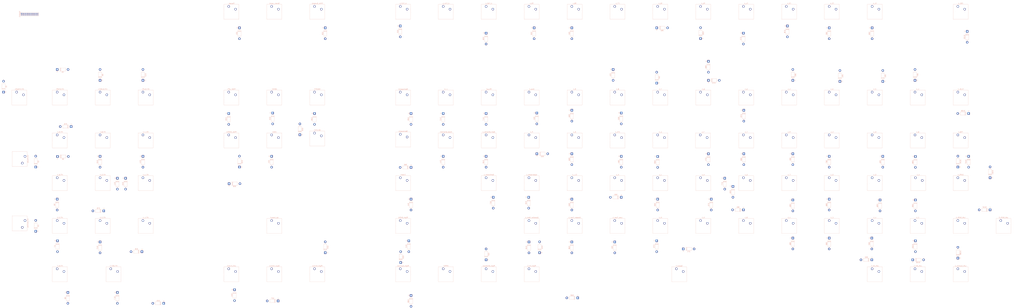
<source format=kicad_pcb>
(kicad_pcb (version 20211014) (generator pcbnew)
  (layers (0 "F.Cu" signal) (31 "B.Cu" signal) (34 "B.Paste" user) (35 "F.Paste" user) (36 "B.SilkS" user "B.Silkscreen") (37 "F.SilkS" user "F.Silkscreen") (38 "B.Mask" user) (39 "F.Mask" user) (44 "Edge.Cuts" user))
  (net 0 "")
  (net 1 "Net-(+=1-Pad1)")
  (net 2 "Tag7")
  (net 3 "Net-(1_1-Pad1)")
  (net 4 "Tag11")
  (net 5 "Tag12")
  (net 6 "Net-(2_1-Pad2)")
  (net 7 "Tag26")
  (net 8 "Net-(3_1-Pad2)")
  (net 9 "Tag10")
  (net 10 "Net-(4_1-Pad2)")
  (net 11 "Net-(5_1-Pad1)")
  (net 12 "Tag25")
  (net 13 "Net-(6_1-Pad2)")
  (net 14 "Net-(7_1-Pad1)")
  (net 15 "Net-(8_1-Pad2)")
  (net 16 "Net-(9_1-Pad1)")
  (net 17 "Tag22")
  (net 18 "Net-(Apostrophe_1-Pad1)")
  (net 19 "Tag6")
  (net 21 "Net-(APPS1-Pad2)")
  (net 22 "Net-(A_1-Pad1)")
  (net 24 "Net-(D2-Pad1)")
  (net 25 "Net-(Backspace1-Pad1)")
  (net 26 "Net-(B_1-Pad1)")
  (net 27 "Net-(KP_MINUS1-Pad1)")
  (net 28 "Net-(CAPS_1-Pad1)")
  (net 29 "Net-(KP_STAR1-Pad1)")
  (net 30 "Net-(Close_Bracket1-Pad1)")
  (net 31 "Net-(C_1-Pad1)")
  (net 32 "Tag2")
  (net 33 "Tag14")
  (net 34 "Net-(KP_ENTER1-Pad2)")
  (net 35 "Tag21")
  (net 36 "Tag19")
  (net 37 "Net-(D5-Pad1)")
  (net 38 "Net-(D6-Pad1)")
  (net 39 "Tag13")
  (net 40 "Net-(D7-Pad1)")
  (net 41 "Net-(D8-Pad1)")
  (net 42 "Net-(D17-Pad2)")
  (net 43 "Net-(D9-Pad1)")
  (net 44 "Net-(KP_8_1-Pad1)")
  (net 45 "Net-(D11-Pad1)")
  (net 46 "Net-(D12-Pad1)")
  (net 47 "Net-(D13-Pad1)")
  (net 48 "Net-(D15-Pad1)")
  (net 49 "Net-(D16-Pad1)")
  (net 50 "Net-(D17-Pad1)")
  (net 51 "Tag15")
  (net 52 "Net-(D18-Pad2)")
  (net 53 "Net-(PAGE_UP1-Pad1)")
  (net 54 "Tag20")
  (net 55 "Net-(PAGE_DOWN1-Pad1)")
  (net 56 "Tag5")
  (net 57 "Net-(Pause1-Pad2)")
  (net 58 "Net-(Right_Arrow1-Pad2)")
  (net 59 "Net-(HOME1-Pad1)")
  (net 60 "Net-(END1-Pad1)")
  (net 61 "Net-(Up_Arrow1-Pad1)")
  (net 62 "Net-(Scroll_Lock1-Pad2)")
  (net 63 "Net-(D27-Pad1)")
  (net 64 "Net-(D31-Pad2)")
  (net 65 "Net-(INSERT1-Pad1)")
  (net 66 "Net-(DELETE1-Pad1)")
  (net 67 "Net-(Print_Screen1-Pad2)")
  (net 68 "Net-(D31-Pad1)")
  (net 69 "Net-(K_F12_1-Pad1)")
  (net 70 "Net-(D33-Pad1)")
  (net 71 "Net-(K_F11_1-Pad1)")
  (net 73 "Net-(K_F10_1-Pad1)")
  (net 74 "Net-(Right_Windows1-Pad1)")
  (net 75 "Net-(Right_Control1-Pad2)")
  (net 77 "Net-(Enter1-Pad2)")
  (net 78 "Net-(D100-Pad2)")
  (net 79 "Net-(Right_Shift1-Pad2)")
  (net 80 "Net-(D44-Pad2)")
  (net 81 "Net-(Right_Alt_1-Pad1)")
  (net 82 "Net-(Minus1-Pad1)")
  (net 83 "Net-(Open_Bracket_1-Pad1)")
  (net 84 "Net-(Question_Mark_1-Pad1)")
  (net 85 "Net-(F9_1-Pad2)")
  (net 86 "Net-(D50-Pad2)")
  (net 87 "Net-(Zero_1-Pad2)")
  (net 88 "Net-(P_1-Pad2)")
  (net 89 "Net-(Semicolon_1-Pad2)")
  (net 90 "Net-(F8_1-Pad1)")
  (net 91 "Net-(O_1-Pad1)")
  (net 92 "Net-(Greater_Than_1-Pad1)")
  (net 93 "Net-(Greater_Than_1-Pad2)")
  (net 94 "Net-(F7_1-Pad2)")
  (net 95 "Net-(Less_Than_1-Pad1)")
  (net 96 "Net-(F6_1-Pad1)")
  (net 97 "Net-(EYE_1-Pad2)")
  (net 98 "Net-(K_1-Pad2)")
  (net 99 "Net-(F5_1-Pad2)")
  (net 100 "Net-(U_1-Pad1)")
  (net 101 "Net-(J_1-Pad1)")
  (net 102 "Net-(M_1-Pad1)")
  (net 103 "Net-(Space_1-Pad2)")
  (net 104 "Net-(F4_1-Pad1)")
  (net 105 "Net-(Y_1-Pad2)")
  (net 106 "Net-(D74-Pad2)")
  (net 107 "Net-(H_1-Pad2)")
  (net 108 "Net-(N_1-Pad2)")
  (net 109 "Net-(G_1-Pad1)")
  (net 110 "Net-(F3_1-Pad1)")
  (net 111 "Net-(T_1-Pad1)")
  (net 112 "Net-(F2_1-Pad1)")
  (net 113 "Net-(D82-Pad2)")
  (net 114 "Net-(R_1-Pad2)")
  (net 115 "Net-(F_1-Pad2)")
  (net 116 "Net-(V_1-Pad2)")
  (net 117 "Net-(E_1-Pad1)")
  (net 118 "Net-(D_1-Pad1)")
  (net 119 "Net-(F1_1-Pad1)")
  (net 120 "Net-(X_1-Pad1)")
  (net 121 "Net-(Left_Alt_1-Pad1)")
  (net 122 "Net-(W_1-Pad2)")
  (net 123 "Net-(D95-Pad2)")
  (net 124 "Net-(S_1-Pad2)")
  (net 125 "Net-(D96-Pad2)")
  (net 126 "Net-(Q_1-Pad1)")
  (net 127 "Net-(Z_1-Pad1)")
  (net 128 "Net-(Left_Shift_2-Pad1)")
  (net 129 "Net-(D101-Pad2)")
  (net 130 "Net-(Left_Shift_1-Pad2)")
  (net 131 "Net-(Left_Win_1-Pad1)")
  (net 132 "Net-(ESC_1-Pad2)")
  (net 133 "Net-(TILDE_1-Pad2)")
  (net 134 "Net-(D106-Pad2)")
  (net 135 "Net-(TAB_1-Pad2)")
  (net 136 "Net-(Left_Control_1-Pad1)")
  (net 137 "Tag18")
  (net 138 "Net-(Up_Arrow1-Pad2)")
  (net 140 "Tag24")
  (net 141 "Tag17")
  (net 142 "Tag16")
  (net 143 "Tag3")
  (net 144 "Tag23")
  (net 145 "Tag1")
  (net 146 "Tag4")
  (footprint "Diode_THT:D_DO-41_SOD81_P10.16mm_Horizontal" (layer "B.Cu") (at 207.54 251.575 180)
    (fp_text reference "D27")
    (fp_text value "1N4001")
  )
  (footprint "Diode_THT:D_DO-41_SOD81_P10.16mm_Horizontal" (layer "B.Cu") (at 486.94 248.74 180)
    (fp_text reference "D59")
    (fp_text value "1N4001")
  )
  (footprint "Button_Switch_Keyboard:SW_Cherry_MX_1.00u_PCB" (layer "B.Cu") (at 81.5 56.5 180)
    (fp_text reference "KP_NUM1")
    (fp_text value "SW_SPST")
  )
  (footprint "Diode_THT:D_DO-41_SOD81_P10.16mm_Horizontal" (layer "B.Cu") (at 331.5 156.5 -90)
    (fp_text reference "D41")
    (fp_text value "1N4001")
  )
  (footprint "Button_Switch_Keyboard:SW_Cherry_MX_1.00u_PCB" (layer "B.Cu") (at 481.5 56.5 180)
    (fp_text reference "9_1")
    (fp_text value "SW_SPST")
  )
  (footprint "Button_Switch_Keyboard:SW_Cherry_MX_1.00u_PCB" (layer "B.Cu") (at 241.5 -23.5 180)
    (fp_text reference "Print_Screen1")
    (fp_text value "SW_SPST")
  )
  (footprint "Button_Switch_Keyboard:SW_Cherry_MX_1.00u_PCB" (layer "B.Cu") (at 841.5 56.5 180)
    (fp_text reference "TILDE_1")
    (fp_text value "SW_SPST")
  )
  (footprint "Diode_THT:D_DO-41_SOD81_P10.16mm_Horizontal" (layer "B.Cu") (at 361.5 76.5 -90)
    (fp_text reference "D43")
    (fp_text value "1N4001")
  )
  (footprint "Button_Switch_Keyboard:SW_Cherry_MX_1.00u_PCB" (layer "B.Cu") (at 321.5 221.575 180)
    (fp_text reference "Right_Control1")
    (fp_text value "SW_SPST")
  )
  (footprint "Diode_THT:D_DO-41_SOD81_P10.16mm_Horizontal" (layer "B.Cu") (at 761.26 213.18 180)
    (fp_text reference "D93")
    (fp_text value "1N4001")
  )
  (footprint "Button_Switch_Keyboard:SW_Cherry_MX_1.00u_PCB" (layer "B.Cu") (at 241.5 94.82 180)
    (fp_text reference "DELETE1")
    (fp_text value "SW_SPST")
  )
  (footprint "Diode_THT:D_DO-41_SOD81_P10.16mm_Horizontal" (layer "B.Cu") (at 171.5 126.5 90)
    (fp_text reference "D18")
    (fp_text value "1N4001")
  )
  (footprint "Diode_THT:D_DO-41_SOD81_P10.16mm_Horizontal" (layer "B.Cu") (at 851.5 116.5 -90)
    (fp_text reference "D107")
    (fp_text value "1N4001")
  )
  (footprint "Button_Switch_Keyboard:SW_Cherry_MX_1.00u_PCB" (layer "B.Cu") (at 161.5 56.5 180)
    (fp_text reference "PAGE_UP1")
    (fp_text value "SW_SPST")
  )
  (footprint "Button_Switch_Keyboard:SW_Cherry_MX_1.00u_PCB" (layer "B.Cu") (at 401.5 96.5 180)
    (fp_text reference "Open_Bracket_1")
    (fp_text value "SW_SPST")
  )
  (footprint "Diode_THT:D_DO-41_SOD81_P10.16mm_Horizontal" (layer "B.Cu") (at 624.1 136.98 -90)
    (fp_text reference "D77")
    (fp_text value "1N4001")
  )
  (footprint "Button_Switch_Keyboard:SW_Cherry_MX_1.00u_PCB" (layer "B.Cu") (at 441.5 56.5 180)
    (fp_text reference "Zero_1")
    (fp_text value "SW_SPST")
  )
  (footprint "Button_Switch_Keyboard:SW_Cherry_MX_1.00u_PCB" (layer "B.Cu") (at 561.5 -23.5 180)
    (fp_text reference "F6_1")
    (fp_text value "SW_SPST")
  )
  (footprint "Button_Switch_Keyboard:SW_Cherry_MX_1.00u_PCB" (layer "B.Cu") (at 81.5 176.5 180)
    (fp_text reference "KP_1_1")
    (fp_text value "SW_SPST")
  )
  (footprint "Button_Switch_Keyboard:SW_Cherry_MX_1.00u_PCB" (layer "B.Cu") (at 401.5 56.5 180)
    (fp_text reference "Minus1")
    (fp_text value "SW_SPST")
  )
  (footprint "Button_Switch_Keyboard:SW_Cherry_MX_1.00u_PCB" (layer "B.Cu") (at 601.24 96.5 180)
    (fp_text reference "Y_1")
    (fp_text value "SW_SPST")
  )
  (footprint "Button_Switch_Keyboard:SW_Cherry_MX_1.00u_PCB" (layer "B.Cu") (at 441.5 176.5 180)
    (fp_text reference "Question_Mark_1")
    (fp_text value "SW_SPST")
  )
  (footprint "Button_Switch_Keyboard:SW_Cherry_MX_1.00u_PCB" (layer "B.Cu") (at 521.5 176.5 180)
    (fp_text reference "Less_Than_1")
    (fp_text value "SW_SPST")
  )
  (footprint "Diode_THT:D_DO-41_SOD81_P10.16mm_Horizontal" (layer "B.Cu") (at 80.54 205.56 180)
    (fp_text reference "D16")
    (fp_text value "1N4001")
  )
  (footprint "Connector_PinHeader_1.27mm:PinHeader_2x13_P1.27mm_Vertical" (layer "B.Cu") (at -31.825 -16.935 -90)
    (fp_text reference "header1")
    (fp_text value "PinHeader_2x13_P1.27mm_Vertical")
  )
  (footprint "Diode_THT:D_DO-41_SOD81_P10.16mm_Horizontal" (layer "B.Cu") (at 771.5 116.5 -90)
    (fp_text reference "D95")
    (fp_text value "1N4001")
  )
  (footprint "Button_Switch_Keyboard:SW_Cherry_MX_1.00u_PCB" (layer "B.Cu") (at 561.5 136.5 180)
    (fp_text reference "J_1")
    (fp_text value "SW_SPST")
  )
  (footprint "Button_Switch_Keyboard:SW_Cherry_MX_1.00u_PCB" (layer "B.Cu") (at 161.5 96.5 180)
    (fp_text reference "PAGE_DOWN1")
    (fp_text value "SW_SPST")
  )
  (footprint "Button_Switch_Keyboard:SW_Cherry_MX_1.00u_PCB" (layer "B.Cu") (at 201.5 96.5 180)
    (fp_text reference "END1")
    (fp_text value "SW_SPST")
  )
  (footprint "Button_Switch_Keyboard:SW_Cherry_MX_1.25u_PCB" (layer "B.Cu") (at 441.5 221.575 180)
    (fp_text reference "Right_Alt_1")
    (fp_text value "SW_SPST")
  )
  (footprint "Diode_THT:D_DO-41_SOD81_P10.16mm_Horizontal" (layer "B.Cu") (at 560.6 -3.5)
    (fp_text reference "D62")
    (fp_text value "1N4001")
  )
  (footprint "Diode_THT:D_DO-41_SOD81_P10.16mm_Horizontal" (layer "B.Cu") (at 446.3 -3.5 -90)
    (fp_text reference "D50")
    (fp_text value "1N4001")
  )
  (footprint "Button_Switch_Keyboard:SW_Cherry_MX_1.00u_PCB" (layer "B.Cu") (at 801.5 176.5 180)
    (fp_text reference "Z_1")
    (fp_text value "SW_SPST")
  )
  (footprint "Button_Switch_Keyboard:SW_Cherry_MX_1.00u_PCB" (layer "B.Cu") (at 841.5 -23.5 180)
    (fp_text reference "ESC_1")
    (fp_text value "SW_SPST")
  )
  (footprint "Button_Switch_Keyboard:SW_Cherry_MX_1.00u_PCB" (layer "B.Cu") (at 401.5 221.575 180)
    (fp_text reference "Right_Windows1")
    (fp_text value "SW_SPST")
  )
  (footprint "Diode_THT:D_DO-41_SOD81_P10.16mm_Horizontal" (layer "B.Cu") (at 841.5 211.58 90)
    (fp_text reference "D108")
    (fp_text value "1N4001")
  )
  (footprint "Diode_THT:D_DO-41_SOD81_P10.16mm_Horizontal" (layer "B.Cu") (at 601.5 6.5 90)
    (fp_text reference "D26")
    (fp_text value "1N4001")
  )
  (footprint "Button_Switch_Keyboard:SW_Cherry_MX_1.00u_PCB" (layer "B.Cu") (at 721.5 176.5 180)
    (fp_text reference "C_1")
    (fp_text value "SW_SPST")
  )
  (footprint "Diode_THT:D_DO-41_SOD81_P10.16mm_Horizontal" (layer "B.Cu") (at 481.5 114.12 -90)
    (fp_text reference "D56")
    (fp_text value "1N4001")
  )
  (footprint "Diode_THT:D_DO-41_SOD81_P10.16mm_Horizontal" (layer "B.Cu") (at 687.6 114.12 -90)
    (fp_text reference "D84")
    (fp_text value "1N4001")
  )
  (footprint "Button_Switch_Keyboard:SW_Cherry_MX_1.00u_PCB" (layer "B.Cu") (at 561.5 56.5 180)
    (fp_text reference "7_1")
    (fp_text value "SW_SPST")
  )
  (footprint "Diode_THT:D_DO-41_SOD81_P10.16mm_Horizontal" (layer "B.Cu") (at -48.5 56.5 90)
    (fp_text reference "D1")
    (fp_text value "1N4001")
  )
  (footprint "Diode_THT:D_DO-41_SOD81_P10.16mm_Horizontal" (layer "B.Cu") (at 161.5 76.5 -90)
    (fp_text reference "D19")
    (fp_text value "1N4001")
  )
  (footprint "Button_Switch_Keyboard:SW_Cherry_MX_1.25u_PCB" (layer "B.Cu") (at 841.5 221.575 180)
    (fp_text reference "Left_Control_1")
    (fp_text value "SW_SPST")
  )
  (footprint "Button_Switch_Keyboard:SW_Cherry_MX_1.00u_PCB" (layer "B.Cu") (at 161.5 221.575 180)
    (fp_text reference "Left_Arrow1")
    (fp_text value "SW_SPST")
  )
  (footprint "Diode_THT:D_DO-41_SOD81_P10.16mm_Horizontal" (layer "B.Cu") (at 731.5 46.5 90)
    (fp_text reference "D91")
    (fp_text value "1N4001")
  )
  (footprint "Diode_THT:D_DO-41_SOD81_P10.16mm_Horizontal" (layer "B.Cu") (at 1.8 195.4 -90)
    (fp_text reference "D7")
    (fp_text value "1N4001")
  )
  (footprint "Button_Switch_Keyboard:SW_Cherry_MX_1.00u_PCB" (layer "B.Cu") (at 681.5 176.5 180)
    (fp_text reference "V_1")
    (fp_text value "SW_SPST")
  )
  (footprint "Button_Switch_Keyboard:SW_Cherry_MX_1.00u_PCB" (layer "B.Cu") (at 641.5 -23.5 180)
    (fp_text reference "F4_1")
    (fp_text value "SW_SPST")
  )
  (footprint "Button_Switch_Keyboard:SW_Cherry_MX_1.00u_PCB" (layer "B.Cu") (at 521.5 56.5 180)
    (fp_text reference "8_1")
    (fp_text value "SW_SPST")
  )
  (footprint "Diode_THT:D_DO-41_SOD81_P10.16mm_Horizontal" (layer "B.Cu") (at 81.5 116.5 -90)
    (fp_text reference "D14")
    (fp_text value "1N4001")
  )
  (footprint "Diode_THT:D_DO-41_SOD81_P10.16mm_Horizontal" (layer "B.Cu") (at 721.5 -3.5 -90)
    (fp_text reference "D82")
    (fp_text value "1N4001")
  )
  (footprint "Button_Switch_Keyboard:SW_Cherry_MX_1.00u_PCB" (layer "B.Cu") (at 201.5 56.5 180)
    (fp_text reference "HOME1")
    (fp_text value "SW_SPST")
  )
  (footprint "Button_Switch_Keyboard:SW_Cherry_MX_1.25u_PCB" (layer "B.Cu") (at 761.5 221.575 180)
    (fp_text reference "Left_Alt_1")
    (fp_text value "SW_SPST")
  )
  (footprint "Button_Switch_Keyboard:SW_Cherry_MX_1.50u_PCB" (layer "B.Cu") (at 841.5 136.5 180)
    (fp_text reference "CAPS_1")
    (fp_text value "SW_SPST")
  )
  (footprint "Button_Switch_Keyboard:SW_Cherry_MX_1.00u_PCB" (layer "B.Cu") (at 201.5 221.575 180)
    (fp_text reference "Down_Arrow1")
    (fp_text value "SW_SPST")
  )
  (footprint "Diode_THT:D_DO-41_SOD81_P10.16mm_Horizontal" (layer "B.Cu") (at 801.9 157.3 -90)
    (fp_text reference "D99")
    (fp_text value "1N4001")
  )
  (footprint "Button_Switch_Keyboard:SW_Cherry_MX_2.00u_PCB" (layer "B.Cu") (at 881.5 176.5 180)
    (fp_text reference "Left_Shift_2")
    (fp_text value "SW_SPST")
  )
  (footprint "Button_Switch_Keyboard:SW_Cherry_MX_1.00u_PCB" (layer "B.Cu") (at 481.5 176.5 180)
    (fp_text reference "Greater_Than_1")
    (fp_text value "SW_SPST")
  )
  (footprint "Diode_THT:D_DO-41_SOD81_P10.16mm_Horizontal" (layer "B.Cu") (at 561.5 156.5 -90)
    (fp_text reference "D69")
    (fp_text value "1N4001")
  )
  (footprint "Button_Switch_Keyboard:SW_Cherry_MX_1.00u_PCB" (layer "B.Cu") (at 801.5 56.5 180)
    (fp_text reference "1_1")
    (fp_text value "SW_SPST")
  )
  (footprint "Button_Switch_Keyboard:SW_Cherry_MX_2.00u_PCB" (layer "B.Cu") (at 321.5 136.5 180)
    (fp_text reference "Enter1")
    (fp_text value "SW_SPST")
  )
  (footprint "Button_Switch_Keyboard:SW_Cherry_MX_2.00u_PCB" (layer "B.Cu") (at 321.5 176.5 180)
    (fp_text reference "Right_Shift1")
    (fp_text value "SW_SPST")
  )
  (footprint "Diode_THT:D_DO-41_SOD81_P10.16mm_Horizontal" (layer "B.Cu") (at 401.5 116.5 -90)
    (fp_text reference "D48")
    (fp_text value "1N4001")
  )
  (footprint "Diode_THT:D_DO-41_SOD81_P10.16mm_Horizontal" (layer "B.Cu") (at 65.3 136.98 -90)
    (fp_text reference "D15")
    (fp_text value "1N4001")
  )
  (footprint "Diode_THT:D_DO-41_SOD81_P10.16mm_Horizontal" (layer "B.Cu") (at 721.5 192.86 -90)
    (fp_text reference "D89")
    (fp_text value "1N4001")
  )
  (footprint "Button_Switch_Keyboard:SW_Cherry_MX_2.00u_PCB" (layer "B.Cu") (at 841.5 176.5 180)
    (fp_text reference "Left_Shift_1")
    (fp_text value "SW_SPST")
  )
  (footprint "Diode_THT:D_DO-41_SOD81_P10.16mm_Horizontal" (layer "B.Cu") (at 611.5 156.5 -90)
    (fp_text reference "D75")
    (fp_text value "1N4001")
  )
  (footprint "Button_Switch_Keyboard:SW_Cherry_MX_1.00u_PCB" (layer "B.Cu") (at 601.5 -23.5 180)
    (fp_text reference "F5_1")
    (fp_text value "SW_SPST")
  )
  (footprint "Diode_THT:D_DO-41_SOD81_P10.16mm_Horizontal" (layer "B.Cu") (at 441.22 154.76 -90)
    (fp_text reference "D46")
    (fp_text value "1N4001")
  )
  (footprint "Diode_THT:D_DO-41_SOD81_P10.16mm_Horizontal" (layer "B.Cu") (at 521.5 196.5 -90)
    (fp_text reference "D61")
    (fp_text value "1N4001")
  )
  (footprint "Button_Switch_Keyboard:SW_Cherry_MX_1.00u_PCB" (layer "B.Cu") (at 681.5 136.5 180)
    (fp_text reference "F_1")
    (fp_text value "SW_SPST")
  )
  (footprint "Button_Switch_Keyboard:SW_Cherry_MX_1.00u_PCB" (layer "B.Cu") (at 1.5 136.5 180)
    (fp_text reference "KP_6_1")
    (fp_text value "SW_SPST")
  )
  (footprint "Diode_THT:D_DO-41_SOD81_P10.16mm_Horizontal" (layer "B.Cu") (at 687.6 45.54 90)
    (fp_text reference "D83")
    (fp_text value "1N4001")
  )
  (footprint "Button_Switch_Keyboard:SW_Cherry_MX_2.00u_PCB" (layer "B.Cu") (at 321.5 56.5 180)
    (fp_text reference "Backspace1")
    (fp_text value "SW_SPST")
  )
  (footprint "Diode_THT:D_DO-41_SOD81_P10.16mm_Horizontal" (layer "B.Cu") (at 481.5 196.5 -90)
    (fp_text reference "D58")
    (fp_text value "1N4001")
  )
  (footprint "Diode_THT:D_DO-41_SOD81_P10.16mm_Horizontal" (layer "B.Cu") (at 771.5 46.5 90)
    (fp_text reference "D94")
    (fp_text value "1N4001")
  )
  (footprint "Button_Switch_Keyboard:SW_Cherry_MX_1.00u_PCB" (layer "B.Cu") (at 361.5 221.575 180)
    (fp_text reference "APPS1")
    (fp_text value "SW_SPST")
  )
  (footprint "Button_Switch_Keyboard:SW_Cherry_MX_1.00u_PCB" (layer "B.Cu") (at 81.5 136.5 180)
    (fp_text reference "KP_4_1")
    (fp_text value "SW_SPST")
  )
  (footprint "Diode_THT:D_DO-41_SOD81_P10.16mm_Horizontal" (layer "B.Cu") (at 161.82 142.06)
    (fp_text reference "D20")
    (fp_text value "1N4001")
  )
  (footprint "Button_Switch_Keyboard:SW_Cherry_MX_1.00u_PCB" (layer "B.Cu") (at 641.5 136.5 180)
    (fp_text reference "G_1")
    (fp_text value "SW_SPST")
  )
  (footprint "Button_Switch_Keyboard:SW_Cherry_MX_1.00u_PCB" (layer "B.Cu") (at 761.5 96.5 180)
    (fp_text reference "W_1")
    (fp_text value "SW_SPST")
  )
  (footprint "Button_Switch_Keyboard:SW_Cherry_MX_1.00u_PCB" (layer "B.Cu") (at 81.5 96.5 180)
    (fp_text reference "KP_7_1")
    (fp_text value "SW_SPST")
  )
  (footprint "Diode_THT:D_DO-41_SOD81_P10.16mm_Horizontal" (layer "B.Cu") (at 527.58 116.5 -90)
    (fp_text reference "D64")
    (fp_text value "1N4001")
  )
  (footprint "Button_Switch_Keyboard:SW_Cherry_MX_1.00u_PCB" (layer "B.Cu") (at 361.5 56.5 180)
    (fp_text reference "+=1")
    (fp_text value "SW_SPST")
  )
  (footprint "Diode_THT:D_DO-41_SOD81_P10.16mm_Horizontal" (layer "B.Cu") (at 321.84 215.72 90)
    (fp_text reference "D33")
    (fp_text value "1N4001")
  )
  (footprint "Button_Switch_Keyboard:SW_Cherry_MX_1.00u_PCB" (layer "B.Cu") (at 761.5 56.5 180)
    (fp_text reference "2_1")
    (fp_text value "SW_SPST")
  )
  (footprint "Diode_THT:D_DO-41_SOD81_P10.16mm_Horizontal" (layer "B.Cu") (at 241.5 76.5 -90)
    (fp_text reference "D28")
    (fp_text value "1N4001")
  )
  (footprint "Diode_THT:D_DO-41_SOD81_P10.16mm_Horizontal" (layer "B.Cu") (at 481.5 -3.5 -90)
    (fp_text reference "D54")
    (fp_text value "1N4001")
  )
  (footprint "Diode_THT:D_DO-41_SOD81_P10.16mm_Horizontal" (layer "B.Cu") (at 641.88 73.48 -90)
    (fp_text reference "D79")
    (fp_text value "1N4001")
  )
  (footprint "Button_Switch_Keyboard:SW_Cherry_MX_1.25u_PCB" (layer "B.Cu") (at 841.5 96.5 180)
    (fp_text reference "TAB_1")
    (fp_text value "SW_SPST")
  )
  (footprint "Button_Switch_Keyboard:SW_Cherry_MX_1.00u_PCB" (layer "B.Cu") (at 481.5 -23.5 180)
    (fp_text reference "F8_1")
    (fp_text value "SW_SPST")
  )
  (footprint "Button_Switch_Keyboard:SW_Cherry_MX_1.00u_PCB" (layer "B.Cu") (at -36.3 56.5 180)
    (fp_text reference "KP_MINUS1")
    (fp_text value "SW_SPST")
  )
  (footprint "Diode_THT:D_DO-41_SOD81_P10.16mm_Horizontal" (layer "B.Cu") (at 560.6 48.08 90)
    (fp_text reference "D67")
    (fp_text value "1N4001")
  )
  (footprint "Button_Switch_Keyboard:SW_Cherry_MX_1.00u_PCB" (layer "B.Cu") (at 521.5 96.5 180)
    (fp_text reference "EYE_1")
    (fp_text value "SW_SPST")
  )
  (footprint "Diode_THT:D_DO-41_SOD81_P10.16mm_Horizontal" (layer "B.Cu") (at 361.5 116.5 -90)
    (fp_text reference "D44")
    (fp_text value "1N4001")
  )
  (footprint "Button_Switch_Keyboard:SW_Cherry_MX_1.00u_PCB" (layer "B.Cu") (at 1.5 56.5 180)
    (fp_text reference "KP_STAR1")
    (fp_text value "SW_SPST")
  )
  (footprint "Diode_THT:D_DO-41_SOD81_P10.16mm_Horizontal" (layer "B.Cu") (at -18.5 186.5 90)
    (fp_text reference "D3")
    (fp_text value "1N4001")
  )
  (footprint "Diode_THT:D_DO-41_SOD81_P10.16mm_Horizontal" (layer "B.Cu") (at 801.5 45.54 90)
    (fp_text reference "D97")
    (fp_text value "1N4001")
  )
  (footprint "Diode_THT:D_DO-41_SOD81_P10.16mm_Horizontal" (layer "B.Cu") (at 57.68 136.98 -90)
    (fp_text reference "D11")
    (fp_text value "1N4001")
  )
  (footprint "Button_Switch_Keyboard:SW_Cherry_MX_1.00u_PCB" (layer "B.Cu") (at 441.5 136.5 180)
    (fp_text reference "Apostrophe_1")
    (fp_text value "SW_SPST")
  )
  (footprint "Button_Switch_Keyboard:SW_Cherry_MX_1.00u_PCB" (layer "B.Cu") (at 241.5 221.575 180)
    (fp_text reference "Right_Arrow1")
    (fp_text value "SW_SPST")
  )
  (footprint "Button_Switch_Keyboard:SW_Cherry_MX_1.00u_PCB" (layer "B.Cu") (at 641.5 96.5 180)
    (fp_text reference "T_1")
    (fp_text value "SW_SPST")
  )
  (footprint "Button_Switch_Keyboard:SW_Cherry_MX_1.00u_PCB" (layer "B.Cu") (at 561.5 176.5 180)
    (fp_text reference "M_1")
    (fp_text value "SW_SPST")
  )
  (footprint "Diode_THT:D_DO-41_SOD81_P10.16mm_Horizontal" (layer "B.Cu") (at 227.86 96.34 90)
    (fp_text reference "D29")
    (fp_text value "1N4001")
  )
  (footprint "Button_Switch_Keyboard:SW_Cherry_MX_1.00u_PCB" (layer "B.Cu") (at 681.5 96.5 180)
    (fp_text reference "R_1")
    (fp_text value "SW_SPST")
  )
  (footprint "Button_Switch_Keyboard:SW_Cherry_MX_1.00u_PCB" (layer "B.Cu") (at 401.5 136.5 180)
    (fp_text reference "Semicolon_1")
    (fp_text value "SW_SPST")
  )
  (footprint "Diode_THT:D_DO-41_SOD81_P10.16mm_Horizontal" (layer "B.Cu") (at 1.5 156.5 -90)
    (fp_text reference "D6")
    (fp_text value "1N4001")
  )
  (footprint "Button_Switch_Keyboard:SW_Cherry_MX_1.00u_PCB" (layer "B.Cu") (at 681.5 -23.5 180)
    (fp_text reference "F3_1")
    (fp_text value "SW_SPST")
  )
  (footprint "Button_Switch_Keyboard:SW_Cherry_MX_2.00u_PCB" (layer "B.Cu") (at -28.5 176.5 90)
    (fp_text reference "KP_ENTER1")
    (fp_text value "SW_SPST")
  )
  (footprint "Diode_THT:D_DO-41_SOD81_P10.16mm_Horizontal" (layer "B.Cu") (at 801.9 116.66 -90)
    (fp_text reference "D98")
    (fp_text value "1N4001")
  )
  (footprint "Button_Switch_Keyboard:SW_Cherry_MX_1.00u_PCB" (layer "B.Cu") (at 721.5 96.5 180)
    (fp_text reference "E_1")
    (fp_text value "SW_SPST")
  )
  (footprint "Diode_THT:D_DO-41_SOD81_P10.16mm_Horizontal" (layer "B.Cu") (at 166.9 241.12 -90)
    (fp_text reference "D31")
    (fp_text value "1N4001")
  )
  (footprint "Button_Switch_Keyboard:SW_Cherry_MX_1.00u_PCB" (layer "B.Cu") (at 761.5 176.5 180)
    (fp_text reference "X_1")
    (fp_text value "SW_SPST")
  )
  (footprint "Diode_THT:D_DO-41_SOD81_P10.16mm_Horizontal" (layer "B.Cu") (at 561.5 116.66 -90)
    (fp_text reference "D68")
    (fp_text value "1N4001")
  )
  (footprint "Button_Switch_Keyboard:SW_Cherry_MX_1.00u_PCB" (layer "B.Cu") (at 801.9 136.5 180)
    (fp_text reference "A_1")
    (fp_text value "SW_SPST")
  )
  (footprint "Diode_THT:D_DO-41_SOD81_P10.16mm_Horizontal" (layer "B.Cu") (at 401.5 213.18 90)
    (fp_text reference "D37")
    (fp_text value "1N4001")
  )
  (footprint "Diode_THT:D_DO-41_SOD81_P10.16mm_Horizontal" (layer "B.Cu") (at 201.5 116.5 -90)
    (fp_text reference "D24")
    (fp_text value "1N4001")
  )
  (footprint "Diode_THT:D_DO-41_SOD81_P10.16mm_Horizontal" (layer "B.Cu") (at 641.88 114.12 -90)
    (fp_text reference "D80")
    (fp_text value "1N4001")
  )
  (footprint "Diode_THT:D_DO-41_SOD81_P10.16mm_Horizontal" (layer "B.Cu") (at 441.5 196.5 -90)
    (fp_text reference "D49")
    (fp_text value "1N4001")
  )
  (footprint "Diode_THT:D_DO-41_SOD81_P10.16mm_Horizontal" (layer "B.Cu") (at 527.58 154.76 180)
    (fp_text reference "D65")
    (fp_text value "1N4001")
  )
  (footprint "Button_Switch_Keyboard:SW_Cherry_MX_1.00u_PCB" (layer "B.Cu") (at 641.5 56.5 180)
    (fp_text reference "5_1")
    (fp_text value "SW_SPST")
  )
  (footprint "Button_Switch_Keyboard:SW_Cherry_MX_1.00u_PCB" (layer "B.Cu") (at 361.5 -23.5 180)
    (fp_text reference "K_F11_1")
    (fp_text value "SW_SPST")
  )
  (footprint "Diode_THT:D_DO-41_SOD81_P10.16mm_Horizontal" (layer "B.Cu") (at 768.88 157.3 -90)
    (fp_text reference "D96")
    (fp_text value "1N4001")
  )
  (footprint "Diode_THT:D_DO-41_SOD81_P10.16mm_Horizontal" (layer "B.Cu") (at 251.5 -3.5 -90)
    (fp_text reference "D30")
    (fp_text value "1N4001")
  )
  (footprint "Button_Switch_Keyboard:SW_Cherry_MX_1.00u_PCB" (layer "B.Cu") (at 521.5 -23.5 180)
    (fp_text reference "F7_1")
    (fp_text value "SW_SPST")
  )
  (footprint "Button_Switch_Keyboard:SW_Cherry_MX_1.00u_PCB" (layer "B.Cu") (at 561.5 96.5 180)
    (fp_text reference "U_1")
    (fp_text value "SW_SPST")
  )
  (footprint "Diode_THT:D_DO-41_SOD81_P10.16mm_Horizontal" (layer "B.Cu") (at 799.36 213.18)
    (fp_text reference "D103")
    (fp_text value "1N4001")
  )
  (footprint "Button_Switch_Keyboard:SW_Cherry_MX_1.00u_PCB" (layer "B.Cu") (at 601.5 56.5 180)
    (fp_text reference "6_1")
    (fp_text value "SW_SPST")
  )
  (footprint "Button_Switch_Keyboard:SW_Cherry_MX_1.00u_PCB" (layer "B.Cu") (at 721.5 -23.5 180)
    (fp_text reference "F2_1")
    (fp_text value "SW_SPST")
  )
  (footprint "Button_Switch_Keyboard:SW_Cherry_MX_1.00u_PCB" (layer "B.Cu") (at 721.5 56.5 180)
    (fp_text reference "3_1")
    (fp_text value "SW_SPST")
  )
  (footprint "Diode_THT:D_DO-41_SOD81_P10.16mm_Horizontal" (layer "B.Cu") (at 408.2 154.76 -90)
    (fp_text reference "D57")
    (fp_text value "1N4001")
  )
  (footprint "Diode_THT:D_DO-41_SOD81_P10.16mm_Horizontal" (layer "B.Cu") (at 721.5 156.5 -90)
    (fp_text reference "D88")
    (fp_text value "1N4001")
  )
  (footprint "Button_Switch_Keyboard:SW_Cherry_MX_1.00u_PCB" (layer "B.Cu") (at 441.5 96.5 180)
    (fp_text reference "P_1")
    (fp_text value "SW_SPST")
  )
  (footprint "Diode_THT:D_DO-41_SOD81_P10.16mm_Horizontal" (layer "B.Cu") (at 560.6 195.4 -90)
    (fp_text reference "D70")
    (fp_text value "1N4001")
  )
  (footprint "Button_Switch_Keyboard:SW_Cherry_MX_1.00u_PCB" (layer "B.Cu") (at 441.5 -23.5 180)
    (fp_text reference "F9_1")
    (fp_text value "SW_SPST")
  )
  (footprint "Diode_THT:D_DO-41_SOD81_P10.16mm_Horizontal" (layer "B.Cu") (at 448.84 76.02 -90)
    (fp_text reference "D51")
    (fp_text value "1N4001")
  )
  (footprint "Button_Switch_Keyboard:SW_Cherry_MX_1.00u_PCB" (layer "B.Cu") (at 721.5 136.5 180)
    (fp_text reference "D_1")
    (fp_text value "SW_SPST")
  )
  (footprint "Diode_THT:D_DO-41_SOD81_P10.16mm_Horizontal" (layer "B.Cu") (at 202.46 76.02 -90)
    (fp_text reference "D23")
    (fp_text value "1N4001")
  )
  (footprint "Diode_THT:D_DO-41_SOD81_P10.16mm_Horizontal" (layer "B.Cu") (at -18.5 126.5 90)
    (fp_text reference "D2")
    (fp_text value "1N4001")
  )
  (footprint "Diode_THT:D_DO-41_SOD81_P10.16mm_Horizontal" (layer "B.Cu") (at 631.72 144.6 -90)
    (fp_text reference "D35")
    (fp_text value "1N4001")
  )
  (footprint "Diode_THT:D_DO-41_SOD81_P10.16mm_Horizontal" (layer "B.Cu") (at 1.8 116.66)
    (fp_text reference "D5")
    (fp_text value "1N4001")
  )
  (footprint "Button_Switch_Keyboard:SW_Cherry_MX_1.00u_PCB" (layer "B.Cu") (at 401.5 -23.5 180)
    (fp_text reference "K_F10_1")
    (fp_text value "SW_SPST")
  )
  (footprint "Diode_THT:D_DO-41_SOD81_P10.16mm_Horizontal" (layer "B.Cu") (at 321.5 -5.26 -90)
    (fp_text reference "D32")
    (fp_text value "1N4001")
  )
  (footprint "Button_Switch_Keyboard:SW_Cherry_MX_1.00u_PCB" (layer "B.Cu") (at 641.5 176.5 180)
    (fp_text reference "B_1")
    (fp_text value "SW_SPST")
  )
  (footprint "Diode_THT:D_DO-41_SOD81_P10.16mm_Horizontal" (layer "B.Cu") (at 761.5 -3.5 -90)
    (fp_text reference "D90")
    (fp_text value "1N4001")
  )
  (footprint "Diode_THT:D_DO-41_SOD81_P10.16mm_Horizontal" (layer "B.Cu") (at 81.5 45.54 90)
    (fp_text reference "D13")
    (fp_text value "1N4001")
  )
  (footprint "Diode_THT:D_DO-41_SOD81_P10.16mm_Horizontal" (layer "B.Cu") (at 100.86 253.82 180)
    (fp_text reference "D25")
    (fp_text value "1N4001")
  )
  (footprint "Button_Switch_Keyboard:SW_Cherry_MX_1.00u_PCB" (layer "B.Cu") (at 601.5 136.5 180)
    (fp_text reference "H_1")
    (fp_text value "SW_SPST")
  )
  (footprint "Diode_THT:D_DO-41_SOD81_P10.16mm_Horizontal" (layer "B.Cu") (at 608.86 27.76 -90)
    (fp_text reference "D66")
    (fp_text value "1N4001")
  )
  (footprint "Button_Switch_Keyboard:SW_Cherry_MX_1.00u_PCB" (layer "B.Cu") (at 761.5 -23.5 180)
    (fp_text reference "F1_1")
    (fp_text value "SW_SPST")
  )
  (footprint "Diode_THT:D_DO-41_SOD81_P10.16mm_Horizontal" (layer "B.Cu") (at 519.96 35.38 -90)
    (fp_text reference "D34")
    (fp_text value "1N4001")
  )
  (footprint "Diode_THT:D_DO-41_SOD81_P10.16mm_Horizontal" (layer "B.Cu") (at 251.5 206.5 90)
    (fp_text reference "D22")
    (fp_text value "1N4001")
  )
  (footprint "Button_Switch_Keyboard:SW_Cherry_MX_1.00u_PCB" (layer "B.Cu") (at 41.5 136.5 180)
    (fp_text reference "KP_5_1")
    (fp_text value "SW_SPST")
  )
  (footprint "Diode_THT:D_DO-41_SOD81_P10.16mm_Horizontal" (layer "B.Cu") (at 608.86 45.54)
    (fp_text reference "D73")
    (fp_text value "1N4001")
  )
  (footprint "Diode_THT:D_DO-41_SOD81_P10.16mm_Horizontal" (layer "B.Cu") (at 401.5 76.5 -90)
    (fp_text reference "D47")
    (fp_text value "1N4001")
  )
  (footprint "Diode_THT:D_DO-41_SOD81_P10.16mm_Horizontal" (layer "B.Cu") (at 11.5 243.66 -90)
    (fp_text reference "D8")
    (fp_text value "1N4001")
  )
  (footprint "Button_Switch_Keyboard:SW_Cherry_MX_1.00u_PCB" (layer "B.Cu") (at 51.5 221.575 180)
    (fp_text reference "KP_DOT_1")
    (fp_text value "SW_SPST")
  )
  (footprint "Button_Switch_Keyboard:SW_Cherry_MX_1.00u_PCB" (layer "B.Cu") (at 201.5 176.5 180)
    (fp_text reference "Up_Arrow1")
    (fp_text value "SW_SPST")
  )
  (footprint "Diode_THT:D_DO-41_SOD81_P10.16mm_Horizontal" (layer "B.Cu") (at 641.5 166.5 180)
    (fp_text reference "D81")
    (fp_text value "1N4001")
  )
  (footprint "Diode_THT:D_DO-41_SOD81_P10.16mm_Horizontal" (layer "B.Cu") (at 41.5 116.5 -90)
    (fp_text reference "D10")
    (fp_text value "1N4001")
  )
  (footprint "Diode_THT:D_DO-41_SOD81_P10.16mm_Horizontal" (layer "B.Cu") (at 41.5 196.5 -90)
    (fp_text reference "D12")
    (fp_text value "1N4001")
  )
  (footprint "Button_Switch_Keyboard:SW_Cherry_MX_1.00u_PCB" (layer "B.Cu") (at 481.5 136.5 180)
    (fp_text reference "ELL_1")
    (fp_text value "SW_SPST")
  )
  (footprint "Diode_THT:D_DO-41_SOD81_P10.16mm_Horizontal" (layer "B.Cu") (at 171.5 -3.5 -90)
    (fp_text reference "D21")
    (fp_text value "1N4001")
  )
  (footprint "Button_Switch_Keyboard:SW_Cherry_MX_1.25u_PCB" (layer "B.Cu") (at 801.5 221.575 180)
    (fp_text reference "Left_Win_1")
    (fp_text value "SW_SPST")
  )
  (footprint "Button_Switch_Keyboard:SW_Cherry_MX_1.00u_PCB" (layer "B.Cu") (at 321.5 -23.5 180)
    (fp_text reference "K_F12_1")
    (fp_text value "SW_SPST")
  )
  (footprint "Button_Switch_Keyboard:SW_Cherry_MX_2.00u_PCB" (layer "B.Cu") (at 1.5 221.575 180)
    (fp_text reference "KP_0_1")
    (fp_text value "SW_SPST")
  )
  (footprint "Button_Switch_Keyboard:SW_Cherry_MX_1.00u_PCB" (layer "B.Cu") (at 761.5 136.5 180)
    (fp_text reference "S_1")
    (fp_text value "SW_SPST")
  )
  (footprint "Diode_THT:D_DO-41_SOD81_P10.16mm_Horizontal" (layer "B.Cu") (at 448.84 114.12)
    (fp_text reference "D52")
    (fp_text value "1N4001")
  )
  (footprint "Diode_THT:D_DO-41_SOD81_P10.16mm_Horizontal" (layer "B.Cu") (at 871.5 166.5 180)
    (fp_text reference "D102")
    (fp_text value "1N4001")
  )
  (footprint "Diode_THT:D_DO-41_SOD81_P10.16mm_Horizontal" (layer "B.Cu") (at 641.5 1.42 -90)
    (fp_text reference "D72")
    (fp_text value "1N4001")
  )
  (footprint "Button_Switch_Keyboard:SW_Cherry_MX_1.00u_PCB" (layer "B.Cu") (at 481.5 96.5 180)
    (fp_text reference "O_1")
    (fp_text value "SW_SPST")
  )
  (footprint "Button_Switch_Keyboard:SW_Cherry_MX_1.00u_PCB" (layer "B.Cu") (at 361.5 96.5 180)
    (fp_text reference "Close_Bracket1")
    (fp_text value "SW_SPST")
  )
  (footprint "Diode_THT:D_DO-41_SOD81_P10.16mm_Horizontal" (layer "B.Cu") (at 682.52 -5.26 -90)
    (fp_text reference "D78")
    (fp_text value "1N4001")
  )
  (footprint "Diode_THT:D_DO-41_SOD81_P10.16mm_Horizontal" (layer "B.Cu") (at 329.46 195.4 -90)
    (fp_text reference "D42")
    (fp_text value "1N4001")
  )
  (footprint "Diode_THT:D_DO-41_SOD81_P10.16mm_Horizontal" (layer "B.Cu") (at 481.5 73.48 -90)
    (fp_text reference "D55")
    (fp_text value "1N4001")
  )
  (footprint "Diode_THT:D_DO-41_SOD81_P10.16mm_Horizontal" (layer "B.Cu") (at 687.6 192.86 -90)
    (fp_text reference "D86")
    (fp_text value "1N4001")
  )
  (footprint "Diode_THT:D_DO-41_SOD81_P10.16mm_Horizontal" (layer "B.Cu") (at 761.26 192.86 -90)
    (fp_text reference "D92")
    (fp_text value "1N4001")
  )
  (footprint "Button_Switch_Keyboard:SW_Cherry_MX_1.00u_PCB" (layer "B.Cu") (at 801.5 96.5 180)
    (fp_text reference "Q_1")
    (fp_text value "SW_SPST")
  )
  (footprint "Button_Switch_Keyboard:SW_Cherry_MX_1.00u_PCB" (layer "B.Cu") (at 241.5 56.5 180)
    (fp_text reference "INSERT1")
    (fp_text value "SW_SPST")
  )
  (footprint "Diode_THT:D_DO-41_SOD81_P10.16mm_Horizontal" (layer "B.Cu") (at 41.5 45.54 90)
    (fp_text reference "D9")
    (fp_text value "1N4001")
  )
  (footprint "Diode_THT:D_DO-41_SOD81_P10.16mm_Horizontal" (layer "B.Cu") (at 1.5 35.38)
    (fp_text reference "D4")
    (fp_text value "1N4001")
  )
  (footprint "Diode_THT:D_DO-41_SOD81_P10.16mm_Horizontal" (layer "B.Cu") (at 608.86 114.12 -90)
    (fp_text reference "D74")
    (fp_text value "1N4001")
  )
  (footprint "Diode_THT:D_DO-41_SOD81_P10.16mm_Horizontal" (layer "B.Cu") (at 871.5 136.5 90)
    (fp_text reference "D101")
    (fp_text value "1N4001")
  )
  (footprint "Diode_THT:D_DO-41_SOD81_P10.16mm_Horizontal" (layer "B.Cu") (at 14.5 88.72 180)
    (fp_text reference "D40")
    (fp_text value "1N4001")
  )
  (footprint "Button_Switch_Keyboard:SW_Cherry_MX_1.00u_PCB" (layer "B.Cu") (at 201.5 -23.5 180)
    (fp_text reference "Scroll_Lock1")
    (fp_text value "SW_SPST")
  )
  (footprint "Diode_THT:D_DO-41_SOD81_P10.16mm_Horizontal" (layer "B.Cu") (at 481.5 156.5 -90)
    (fp_text reference "D53")
    (fp_text value "1N4001")
  )
  (footprint "Diode_THT:D_DO-41_SOD81_P10.16mm_Horizontal" (layer "B.Cu") (at 527.58 76.02 -90)
    (fp_text reference "D63")
    (fp_text value "1N4001")
  )
  (footprint "Button_Switch_Keyboard:SW_Cherry_MX_1.50u_PCB" (layer "B.Cu") (at 321.5 95.9 180)
    (fp_text reference "Backslash1")
    (fp_text value "SW_SPST")
  )
  (footprint "Diode_THT:D_DO-41_SOD81_P10.16mm_Horizontal" (layer "B.Cu") (at 401.5 1.42 -90)
    (fp_text reference "D36")
    (fp_text value "1N4001")
  )
  (footprint "Diode_THT:D_DO-41_SOD81_P10.16mm_Horizontal" (layer "B.Cu") (at 331.5 126.82 180)
    (fp_text reference "D60")
    (fp_text value "1N4001")
  )
  (footprint "Button_Switch_Keyboard:SW_Cherry_MX_1.00u_PCB" (layer "B.Cu") (at 161.5 -23.5 180)
    (fp_text reference "Pause1")
    (fp_text value "SW_SPST")
  )
  (footprint "Button_Switch_Keyboard:SW_Cherry_MX_6.25u_PCB" (layer "B.Cu") (at 578.96 221.575 180)
    (fp_text reference "Space_1")
    (fp_text value "SW_SPST")
  )
  (footprint "Diode_THT:D_DO-41_SOD81_P10.16mm_Horizontal" (layer "B.Cu") (at 44.98 167.46 180)
    (fp_text reference "D76")
    (fp_text value "1N4001")
  )
  (footprint "Diode_THT:D_DO-41_SOD81_P10.16mm_Horizontal" (layer "B.Cu") (at 451.38 206.5 90)
    (fp_text reference "D45")
    (fp_text value "1N4001")
  )
  (footprint "Button_Switch_Keyboard:SW_Cherry_MX_1.00u_PCB" (layer "B.Cu") (at 41.5 176.5 180)
    (fp_text reference "KP_2_1")
    (fp_text value "SW_SPST")
  )
  (footprint "Diode_THT:D_DO-41_SOD81_P10.16mm_Horizontal" (layer "B.Cu") (at 850.16 -0.18 -90)
    (fp_text reference "D105")
    (fp_text value "1N4001")
  )
  (footprint "Button_Switch_Keyboard:SW_Cherry_MX_1.00u_PCB" (layer "B.Cu") (at 521.5 136.5 180)
    (fp_text reference "K_1")
    (fp_text value "SW_SPST")
  )
  (footprint "Button_Switch_Keyboard:SW_Cherry_MX_1.00u_PCB" (layer "B.Cu") (at 41.5 96.5 180)
    (fp_text reference "KP_8_1")
    (fp_text value "SW_SPST")
  )
  (footprint "Diode_THT:D_DO-41_SOD81_P10.16mm_Horizontal" (layer "B.Cu") (at 851.5 76.5 180)
    (fp_text reference "D106")
    (fp_text value "1N4001")
  )
  (footprint "Diode_THT:D_DO-41_SOD81_P10.16mm_Horizontal" (layer "B.Cu") (at 331.5 246.5 -90)
    (fp_text reference "D38")
    (fp_text value "1N4001")
  )
  (footprint "Button_Switch_Keyboard:SW_Cherry_MX_1.00u_PCB" (layer "B.Cu") (at 681.5 56.5 180)
    (fp_text reference "4_1")
    (fp_text value "SW_SPST")
  )
  (footprint "Button_Switch_Keyboard:SW_Cherry_MX_1.00u_PCB" (layer "B.Cu") (at 1.5 176.5 180)
    (fp_text reference "KP_3_1")
    (fp_text value "SW_SPST")
  )
  (footprint "Diode_THT:D_DO-41_SOD81_P10.16mm_Horizontal" (layer "B.Cu") (at 801.9 195.4 -90)
    (fp_text reference "D100")
    (fp_text value "1N4001")
  )
  (footprint "Diode_THT:D_DO-41_SOD81_P10.16mm_Horizontal" (layer "B.Cu") (at 841.5 126.5 90)
    (fp_text reference "D104")
    (fp_text value "1N4001")
  )
  (footprint "Diode_THT:D_DO-41_SOD81_P10.16mm_Horizontal" (layer "B.Cu") (at 57.68 243.66 -90)
    (fp_text reference "D17")
    (fp_text value "1N4001")
  )
  (footprint "Diode_THT:D_DO-41_SOD81_P10.16mm_Horizontal" (layer "B.Cu") (at 687.6 157.3 -90)
    (fp_text reference "D85")
    (fp_text value "1N4001")
  )
  (footprint "Button_Switch_Keyboard:SW_Cherry_MX_1.00u_PCB" (layer "B.Cu") (at 1.5 96.5 180)
    (fp_text reference "KP_9_1")
    (fp_text value "SW_SPST")
  )
  (footprint "Diode_THT:D_DO-41_SOD81_P10.16mm_Horizontal" (layer "B.Cu") (at 721.5 116.5 -90)
    (fp_text reference "D87")
    (fp_text value "1N4001")
  )
  (footprint "Diode_THT:D_DO-41_SOD81_P10.16mm_Horizontal" (layer "B.Cu") (at 331.5 76.5 -90)
    (fp_text reference "D39")
    (fp_text value "1N4001")
  )
  (footprint "Button_Switch_Keyboard:SW_Cherry_MX_1.00u_PCB" (layer "B.Cu") (at 601.5 176.5 180)
    (fp_text reference "N_1")
    (fp_text value "SW_SPST")
  )
  (footprint "Button_Switch_Keyboard:SW_Cherry_MX_2.00u_PCB" (layer "B.Cu") (at -28.5 116.5 90)
    (fp_text reference "KP_PLUS1")
    (fp_text value "SW_SPST")
  )
  (footprint "Diode_THT:D_DO-41_SOD81_P10.16mm_Horizontal" (layer "B.Cu") (at 585.343556 203.02)
    (fp_text reference "D71")
    (fp_text value "1N4001")
  )
  (footprint "Button_Switch_Keyboard:SW_Cherry_MX_1.00u_PCB" (layer "B.Cu") (at 41.5 56.5 180)
    (fp_text reference "KP_SLASH1")
    (fp_text value "SW_SPST")
  )
)
</source>
